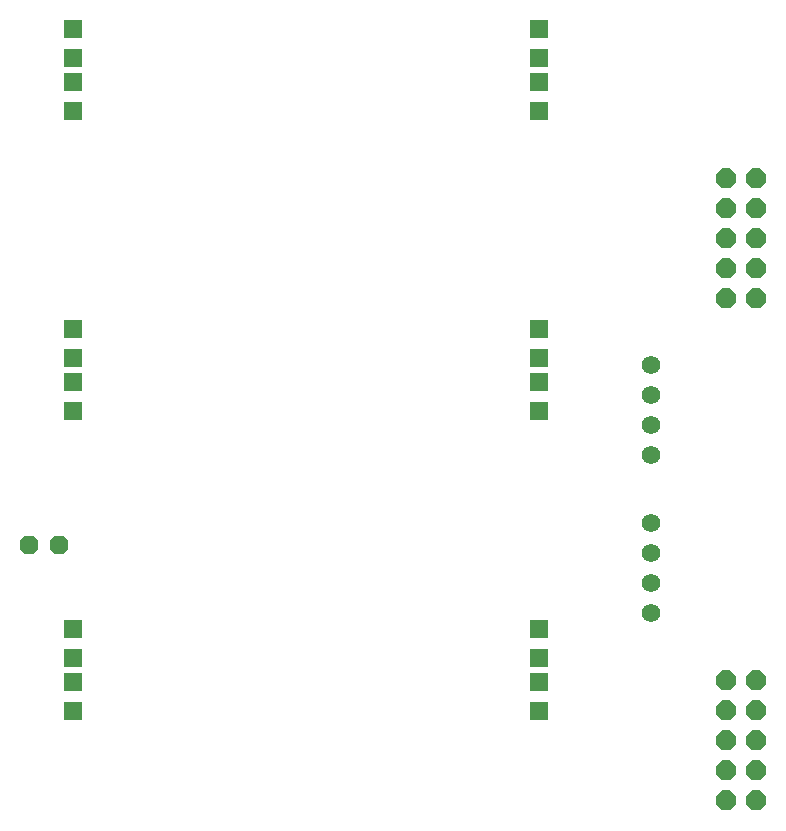
<source format=gts>
G75*
%MOIN*%
%OFA0B0*%
%FSLAX25Y25*%
%IPPOS*%
%LPD*%
%AMOC8*
5,1,8,0,0,1.08239X$1,22.5*
%
%ADD10R,0.06150X0.06150*%
%ADD11C,0.06150*%
%ADD12OC8,0.06600*%
%ADD13OC8,0.06200*%
D10*
X0033925Y0039025D03*
X0033925Y0048868D03*
X0033925Y0056742D03*
X0033925Y0066584D03*
X0033925Y0139025D03*
X0033925Y0148868D03*
X0033925Y0156742D03*
X0033925Y0166584D03*
X0033925Y0239025D03*
X0033925Y0248868D03*
X0033925Y0256742D03*
X0033925Y0266584D03*
X0189437Y0266584D03*
X0189437Y0256742D03*
X0189437Y0248868D03*
X0189437Y0239025D03*
X0189437Y0166584D03*
X0189437Y0156742D03*
X0189437Y0148868D03*
X0189437Y0139025D03*
X0189437Y0066584D03*
X0189437Y0056742D03*
X0189437Y0048868D03*
X0189437Y0039025D03*
D11*
X0226740Y0071840D03*
X0226740Y0081840D03*
X0226740Y0091840D03*
X0226740Y0101840D03*
X0226740Y0124340D03*
X0226740Y0134340D03*
X0226740Y0144340D03*
X0226740Y0154340D03*
D12*
X0251740Y0176840D03*
X0261740Y0176840D03*
X0261740Y0186840D03*
X0261740Y0196840D03*
X0261740Y0206840D03*
X0261740Y0216840D03*
X0251740Y0216840D03*
X0251740Y0206840D03*
X0251740Y0196840D03*
X0251740Y0186840D03*
X0251740Y0049340D03*
X0261740Y0049340D03*
X0261740Y0039340D03*
X0261740Y0029340D03*
X0261740Y0019340D03*
X0261740Y0009340D03*
X0251740Y0009340D03*
X0251740Y0019340D03*
X0251740Y0029340D03*
X0251740Y0039340D03*
D13*
X0029240Y0094340D03*
X0019240Y0094340D03*
M02*

</source>
